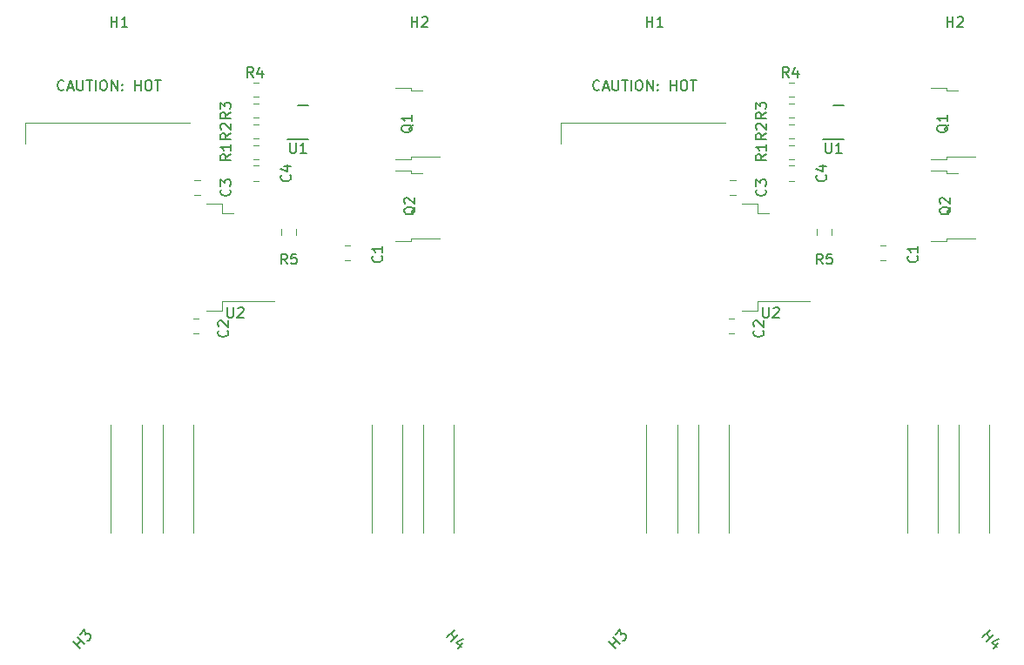
<source format=gbr>
%TF.GenerationSoftware,KiCad,Pcbnew,(5.1.9-0-10_14)*%
%TF.CreationDate,2021-02-28T00:18:14+08:00*%
%TF.ProjectId,panelized,70616e65-6c69-47a6-9564-2e6b69636164,rev?*%
%TF.SameCoordinates,Original*%
%TF.FileFunction,Legend,Top*%
%TF.FilePolarity,Positive*%
%FSLAX46Y46*%
G04 Gerber Fmt 4.6, Leading zero omitted, Abs format (unit mm)*
G04 Created by KiCad (PCBNEW (5.1.9-0-10_14)) date 2021-02-28 00:18:14*
%MOMM*%
%LPD*%
G01*
G04 APERTURE LIST*
%ADD10C,0.150000*%
%ADD11C,0.120000*%
G04 APERTURE END LIST*
D10*
X91781857Y-76303142D02*
X91734238Y-76350761D01*
X91591380Y-76398380D01*
X91496142Y-76398380D01*
X91353285Y-76350761D01*
X91258047Y-76255523D01*
X91210428Y-76160285D01*
X91162809Y-75969809D01*
X91162809Y-75826952D01*
X91210428Y-75636476D01*
X91258047Y-75541238D01*
X91353285Y-75446000D01*
X91496142Y-75398380D01*
X91591380Y-75398380D01*
X91734238Y-75446000D01*
X91781857Y-75493619D01*
X92162809Y-76112666D02*
X92639000Y-76112666D01*
X92067571Y-76398380D02*
X92400904Y-75398380D01*
X92734238Y-76398380D01*
X93067571Y-75398380D02*
X93067571Y-76207904D01*
X93115190Y-76303142D01*
X93162809Y-76350761D01*
X93258047Y-76398380D01*
X93448523Y-76398380D01*
X93543761Y-76350761D01*
X93591380Y-76303142D01*
X93639000Y-76207904D01*
X93639000Y-75398380D01*
X93972333Y-75398380D02*
X94543761Y-75398380D01*
X94258047Y-76398380D02*
X94258047Y-75398380D01*
X94877095Y-76398380D02*
X94877095Y-75398380D01*
X95543761Y-75398380D02*
X95734238Y-75398380D01*
X95829476Y-75446000D01*
X95924714Y-75541238D01*
X95972333Y-75731714D01*
X95972333Y-76065047D01*
X95924714Y-76255523D01*
X95829476Y-76350761D01*
X95734238Y-76398380D01*
X95543761Y-76398380D01*
X95448523Y-76350761D01*
X95353285Y-76255523D01*
X95305666Y-76065047D01*
X95305666Y-75731714D01*
X95353285Y-75541238D01*
X95448523Y-75446000D01*
X95543761Y-75398380D01*
X96400904Y-76398380D02*
X96400904Y-75398380D01*
X96972333Y-76398380D01*
X96972333Y-75398380D01*
X97448523Y-76303142D02*
X97496142Y-76350761D01*
X97448523Y-76398380D01*
X97400904Y-76350761D01*
X97448523Y-76303142D01*
X97448523Y-76398380D01*
X97448523Y-75779333D02*
X97496142Y-75826952D01*
X97448523Y-75874571D01*
X97400904Y-75826952D01*
X97448523Y-75779333D01*
X97448523Y-75874571D01*
X98686619Y-76398380D02*
X98686619Y-75398380D01*
X98686619Y-75874571D02*
X99258047Y-75874571D01*
X99258047Y-76398380D02*
X99258047Y-75398380D01*
X99924714Y-75398380D02*
X100115190Y-75398380D01*
X100210428Y-75446000D01*
X100305666Y-75541238D01*
X100353285Y-75731714D01*
X100353285Y-76065047D01*
X100305666Y-76255523D01*
X100210428Y-76350761D01*
X100115190Y-76398380D01*
X99924714Y-76398380D01*
X99829476Y-76350761D01*
X99734238Y-76255523D01*
X99686619Y-76065047D01*
X99686619Y-75731714D01*
X99734238Y-75541238D01*
X99829476Y-75446000D01*
X99924714Y-75398380D01*
X100639000Y-75398380D02*
X101210428Y-75398380D01*
X100924714Y-76398380D02*
X100924714Y-75398380D01*
D11*
X88011000Y-79502000D02*
X88011000Y-81534000D01*
X104012999Y-79502000D02*
X88011000Y-79502000D01*
D10*
X143851857Y-76303142D02*
X143804238Y-76350761D01*
X143661380Y-76398380D01*
X143566142Y-76398380D01*
X143423285Y-76350761D01*
X143328047Y-76255523D01*
X143280428Y-76160285D01*
X143232809Y-75969809D01*
X143232809Y-75826952D01*
X143280428Y-75636476D01*
X143328047Y-75541238D01*
X143423285Y-75446000D01*
X143566142Y-75398380D01*
X143661380Y-75398380D01*
X143804238Y-75446000D01*
X143851857Y-75493619D01*
X144232809Y-76112666D02*
X144709000Y-76112666D01*
X144137571Y-76398380D02*
X144470904Y-75398380D01*
X144804238Y-76398380D01*
X145137571Y-75398380D02*
X145137571Y-76207904D01*
X145185190Y-76303142D01*
X145232809Y-76350761D01*
X145328047Y-76398380D01*
X145518523Y-76398380D01*
X145613761Y-76350761D01*
X145661380Y-76303142D01*
X145709000Y-76207904D01*
X145709000Y-75398380D01*
X146042333Y-75398380D02*
X146613761Y-75398380D01*
X146328047Y-76398380D02*
X146328047Y-75398380D01*
X146947095Y-76398380D02*
X146947095Y-75398380D01*
X147613761Y-75398380D02*
X147804238Y-75398380D01*
X147899476Y-75446000D01*
X147994714Y-75541238D01*
X148042333Y-75731714D01*
X148042333Y-76065047D01*
X147994714Y-76255523D01*
X147899476Y-76350761D01*
X147804238Y-76398380D01*
X147613761Y-76398380D01*
X147518523Y-76350761D01*
X147423285Y-76255523D01*
X147375666Y-76065047D01*
X147375666Y-75731714D01*
X147423285Y-75541238D01*
X147518523Y-75446000D01*
X147613761Y-75398380D01*
X148470904Y-76398380D02*
X148470904Y-75398380D01*
X149042333Y-76398380D01*
X149042333Y-75398380D01*
X149518523Y-76303142D02*
X149566142Y-76350761D01*
X149518523Y-76398380D01*
X149470904Y-76350761D01*
X149518523Y-76303142D01*
X149518523Y-76398380D01*
X149518523Y-75779333D02*
X149566142Y-75826952D01*
X149518523Y-75874571D01*
X149470904Y-75826952D01*
X149518523Y-75779333D01*
X149518523Y-75874571D01*
X150756619Y-76398380D02*
X150756619Y-75398380D01*
X150756619Y-75874571D02*
X151328047Y-75874571D01*
X151328047Y-76398380D02*
X151328047Y-75398380D01*
X151994714Y-75398380D02*
X152185190Y-75398380D01*
X152280428Y-75446000D01*
X152375666Y-75541238D01*
X152423285Y-75731714D01*
X152423285Y-76065047D01*
X152375666Y-76255523D01*
X152280428Y-76350761D01*
X152185190Y-76398380D01*
X151994714Y-76398380D01*
X151899476Y-76350761D01*
X151804238Y-76255523D01*
X151756619Y-76065047D01*
X151756619Y-75731714D01*
X151804238Y-75541238D01*
X151899476Y-75446000D01*
X151994714Y-75398380D01*
X152709000Y-75398380D02*
X153280428Y-75398380D01*
X152994714Y-76398380D02*
X152994714Y-75398380D01*
D11*
X140081000Y-79502000D02*
X140081000Y-81534000D01*
X156082999Y-79502000D02*
X140081000Y-79502000D01*
%TO.C,POWER_OUT1*%
X129690000Y-108880000D02*
X129690000Y-119380000D01*
X126690000Y-119380000D02*
X126690000Y-108880000D01*
X124690000Y-108880000D02*
X124690000Y-119380000D01*
X121690000Y-119380000D02*
X121690000Y-108880000D01*
%TO.C,POWER_IN1*%
X104370000Y-108880000D02*
X104370000Y-119380000D01*
X101370000Y-119380000D02*
X101370000Y-108880000D01*
X99370000Y-108880000D02*
X99370000Y-119380000D01*
X96370000Y-119380000D02*
X96370000Y-108880000D01*
%TO.C,C4*%
X110228748Y-85190000D02*
X110751252Y-85190000D01*
X110228748Y-83720000D02*
X110751252Y-83720000D01*
%TO.C,C3*%
X105014752Y-85117000D02*
X104492248Y-85117000D01*
X105014752Y-86587000D02*
X104492248Y-86587000D01*
%TO.C,C2*%
X104868752Y-98579000D02*
X104346248Y-98579000D01*
X104868752Y-100049000D02*
X104346248Y-100049000D01*
%TO.C,C1*%
X119118748Y-92937000D02*
X119641252Y-92937000D01*
X119118748Y-91467000D02*
X119641252Y-91467000D01*
%TO.C,U2*%
X105632000Y-97812000D02*
X107132000Y-97812000D01*
X107132000Y-97812000D02*
X107132000Y-96862000D01*
X107132000Y-96862000D02*
X112257000Y-96862000D01*
X105632000Y-87412000D02*
X107132000Y-87412000D01*
X107132000Y-87412000D02*
X107132000Y-88362000D01*
X107132000Y-88362000D02*
X108232000Y-88362000D01*
D10*
%TO.C,U1*%
X113554000Y-81127000D02*
X115554000Y-81127000D01*
X114554000Y-77877000D02*
X115554000Y-77877000D01*
D11*
%TO.C,R5*%
X114375000Y-90431252D02*
X114375000Y-89908748D01*
X112955000Y-90431252D02*
X112955000Y-89908748D01*
%TO.C,R4*%
X110751252Y-75617000D02*
X110228748Y-75617000D01*
X110751252Y-77037000D02*
X110228748Y-77037000D01*
%TO.C,R3*%
X110751252Y-77649000D02*
X110228748Y-77649000D01*
X110751252Y-79069000D02*
X110228748Y-79069000D01*
%TO.C,R2*%
X110760252Y-79672000D02*
X110237748Y-79672000D01*
X110760252Y-81092000D02*
X110237748Y-81092000D01*
%TO.C,R1*%
X110760252Y-81713000D02*
X110237748Y-81713000D01*
X110760252Y-83133000D02*
X110237748Y-83133000D01*
%TO.C,Q2*%
X124033000Y-91080000D02*
X125533000Y-91080000D01*
X125533000Y-91080000D02*
X125533000Y-90810000D01*
X125533000Y-90810000D02*
X128363000Y-90810000D01*
X124033000Y-84180000D02*
X125533000Y-84180000D01*
X125533000Y-84180000D02*
X125533000Y-84450000D01*
X125533000Y-84450000D02*
X126633000Y-84450000D01*
%TO.C,Q1*%
X124033000Y-83079000D02*
X125533000Y-83079000D01*
X125533000Y-83079000D02*
X125533000Y-82809000D01*
X125533000Y-82809000D02*
X128363000Y-82809000D01*
X124033000Y-76179000D02*
X125533000Y-76179000D01*
X125533000Y-76179000D02*
X125533000Y-76449000D01*
X125533000Y-76449000D02*
X126633000Y-76449000D01*
%TO.C,POWER_OUT1*%
X173760000Y-119380000D02*
X173760000Y-108880000D01*
X176760000Y-108880000D02*
X176760000Y-119380000D01*
X178760000Y-119380000D02*
X178760000Y-108880000D01*
X181760000Y-108880000D02*
X181760000Y-119380000D01*
%TO.C,POWER_IN1*%
X148440000Y-119380000D02*
X148440000Y-108880000D01*
X151440000Y-108880000D02*
X151440000Y-119380000D01*
X153440000Y-119380000D02*
X153440000Y-108880000D01*
X156440000Y-108880000D02*
X156440000Y-119380000D01*
%TO.C,C4*%
X162298748Y-83720000D02*
X162821252Y-83720000D01*
X162298748Y-85190000D02*
X162821252Y-85190000D01*
%TO.C,C3*%
X157084752Y-86587000D02*
X156562248Y-86587000D01*
X157084752Y-85117000D02*
X156562248Y-85117000D01*
%TO.C,C2*%
X156938752Y-100049000D02*
X156416248Y-100049000D01*
X156938752Y-98579000D02*
X156416248Y-98579000D01*
%TO.C,C1*%
X171188748Y-91467000D02*
X171711252Y-91467000D01*
X171188748Y-92937000D02*
X171711252Y-92937000D01*
%TO.C,U2*%
X159202000Y-88362000D02*
X160302000Y-88362000D01*
X159202000Y-87412000D02*
X159202000Y-88362000D01*
X157702000Y-87412000D02*
X159202000Y-87412000D01*
X159202000Y-96862000D02*
X164327000Y-96862000D01*
X159202000Y-97812000D02*
X159202000Y-96862000D01*
X157702000Y-97812000D02*
X159202000Y-97812000D01*
D10*
%TO.C,U1*%
X166624000Y-77877000D02*
X167624000Y-77877000D01*
X165624000Y-81127000D02*
X167624000Y-81127000D01*
D11*
%TO.C,R5*%
X165025000Y-90431252D02*
X165025000Y-89908748D01*
X166445000Y-90431252D02*
X166445000Y-89908748D01*
%TO.C,R4*%
X162821252Y-77037000D02*
X162298748Y-77037000D01*
X162821252Y-75617000D02*
X162298748Y-75617000D01*
%TO.C,R3*%
X162821252Y-79069000D02*
X162298748Y-79069000D01*
X162821252Y-77649000D02*
X162298748Y-77649000D01*
%TO.C,R2*%
X162830252Y-81092000D02*
X162307748Y-81092000D01*
X162830252Y-79672000D02*
X162307748Y-79672000D01*
%TO.C,R1*%
X162830252Y-83133000D02*
X162307748Y-83133000D01*
X162830252Y-81713000D02*
X162307748Y-81713000D01*
%TO.C,Q2*%
X177603000Y-84450000D02*
X178703000Y-84450000D01*
X177603000Y-84180000D02*
X177603000Y-84450000D01*
X176103000Y-84180000D02*
X177603000Y-84180000D01*
X177603000Y-90810000D02*
X180433000Y-90810000D01*
X177603000Y-91080000D02*
X177603000Y-90810000D01*
X176103000Y-91080000D02*
X177603000Y-91080000D01*
%TO.C,Q1*%
X177603000Y-76449000D02*
X178703000Y-76449000D01*
X177603000Y-76179000D02*
X177603000Y-76449000D01*
X176103000Y-76179000D02*
X177603000Y-76179000D01*
X177603000Y-82809000D02*
X180433000Y-82809000D01*
X177603000Y-83079000D02*
X177603000Y-82809000D01*
X176103000Y-83079000D02*
X177603000Y-83079000D01*
%TO.C,H4*%
D10*
X129041904Y-129595599D02*
X129749011Y-128888492D01*
X129412293Y-129225210D02*
X129816354Y-129629271D01*
X129445965Y-129999660D02*
X130153072Y-129292553D01*
X130557133Y-130168019D02*
X130085728Y-130639423D01*
X130658148Y-129730286D02*
X129984713Y-130067004D01*
X130422446Y-130504736D01*
%TO.C,H3*%
X93400599Y-130673095D02*
X92693492Y-129965988D01*
X93030210Y-130302706D02*
X93434271Y-129898645D01*
X93804660Y-130269034D02*
X93097553Y-129561927D01*
X93366927Y-129292553D02*
X93804660Y-128854821D01*
X93838332Y-129359897D01*
X93939347Y-129258882D01*
X94040362Y-129225210D01*
X94107706Y-129225210D01*
X94208721Y-129258882D01*
X94377080Y-129427240D01*
X94410752Y-129528256D01*
X94410752Y-129595599D01*
X94377080Y-129696614D01*
X94175049Y-129898645D01*
X94074034Y-129932317D01*
X94006691Y-129932317D01*
%TO.C,H2*%
X125603095Y-70222380D02*
X125603095Y-69222380D01*
X125603095Y-69698571D02*
X126174523Y-69698571D01*
X126174523Y-70222380D02*
X126174523Y-69222380D01*
X126603095Y-69317619D02*
X126650714Y-69270000D01*
X126745952Y-69222380D01*
X126984047Y-69222380D01*
X127079285Y-69270000D01*
X127126904Y-69317619D01*
X127174523Y-69412857D01*
X127174523Y-69508095D01*
X127126904Y-69650952D01*
X126555476Y-70222380D01*
X127174523Y-70222380D01*
%TO.C,H1*%
X96393095Y-70222380D02*
X96393095Y-69222380D01*
X96393095Y-69698571D02*
X96964523Y-69698571D01*
X96964523Y-70222380D02*
X96964523Y-69222380D01*
X97964523Y-70222380D02*
X97393095Y-70222380D01*
X97678809Y-70222380D02*
X97678809Y-69222380D01*
X97583571Y-69365238D01*
X97488333Y-69460476D01*
X97393095Y-69508095D01*
%TO.C,C4*%
X113768142Y-84621666D02*
X113815761Y-84669285D01*
X113863380Y-84812142D01*
X113863380Y-84907380D01*
X113815761Y-85050238D01*
X113720523Y-85145476D01*
X113625285Y-85193095D01*
X113434809Y-85240714D01*
X113291952Y-85240714D01*
X113101476Y-85193095D01*
X113006238Y-85145476D01*
X112911000Y-85050238D01*
X112863380Y-84907380D01*
X112863380Y-84812142D01*
X112911000Y-84669285D01*
X112958619Y-84621666D01*
X113196714Y-83764523D02*
X113863380Y-83764523D01*
X112815761Y-84002619D02*
X113530047Y-84240714D01*
X113530047Y-83621666D01*
%TO.C,C3*%
X107904642Y-86018666D02*
X107952261Y-86066285D01*
X107999880Y-86209142D01*
X107999880Y-86304380D01*
X107952261Y-86447238D01*
X107857023Y-86542476D01*
X107761785Y-86590095D01*
X107571309Y-86637714D01*
X107428452Y-86637714D01*
X107237976Y-86590095D01*
X107142738Y-86542476D01*
X107047500Y-86447238D01*
X106999880Y-86304380D01*
X106999880Y-86209142D01*
X107047500Y-86066285D01*
X107095119Y-86018666D01*
X106999880Y-85685333D02*
X106999880Y-85066285D01*
X107380833Y-85399619D01*
X107380833Y-85256761D01*
X107428452Y-85161523D01*
X107476071Y-85113904D01*
X107571309Y-85066285D01*
X107809404Y-85066285D01*
X107904642Y-85113904D01*
X107952261Y-85161523D01*
X107999880Y-85256761D01*
X107999880Y-85542476D01*
X107952261Y-85637714D01*
X107904642Y-85685333D01*
%TO.C,C2*%
X107672142Y-99734666D02*
X107719761Y-99782285D01*
X107767380Y-99925142D01*
X107767380Y-100020380D01*
X107719761Y-100163238D01*
X107624523Y-100258476D01*
X107529285Y-100306095D01*
X107338809Y-100353714D01*
X107195952Y-100353714D01*
X107005476Y-100306095D01*
X106910238Y-100258476D01*
X106815000Y-100163238D01*
X106767380Y-100020380D01*
X106767380Y-99925142D01*
X106815000Y-99782285D01*
X106862619Y-99734666D01*
X106862619Y-99353714D02*
X106815000Y-99306095D01*
X106767380Y-99210857D01*
X106767380Y-98972761D01*
X106815000Y-98877523D01*
X106862619Y-98829904D01*
X106957857Y-98782285D01*
X107053095Y-98782285D01*
X107195952Y-98829904D01*
X107767380Y-99401333D01*
X107767380Y-98782285D01*
%TO.C,C1*%
X122658142Y-92495666D02*
X122705761Y-92543285D01*
X122753380Y-92686142D01*
X122753380Y-92781380D01*
X122705761Y-92924238D01*
X122610523Y-93019476D01*
X122515285Y-93067095D01*
X122324809Y-93114714D01*
X122181952Y-93114714D01*
X121991476Y-93067095D01*
X121896238Y-93019476D01*
X121801000Y-92924238D01*
X121753380Y-92781380D01*
X121753380Y-92686142D01*
X121801000Y-92543285D01*
X121848619Y-92495666D01*
X122753380Y-91543285D02*
X122753380Y-92114714D01*
X122753380Y-91829000D02*
X121753380Y-91829000D01*
X121896238Y-91924238D01*
X121991476Y-92019476D01*
X122039095Y-92114714D01*
%TO.C,U2*%
X107696095Y-97496380D02*
X107696095Y-98305904D01*
X107743714Y-98401142D01*
X107791333Y-98448761D01*
X107886571Y-98496380D01*
X108077047Y-98496380D01*
X108172285Y-98448761D01*
X108219904Y-98401142D01*
X108267523Y-98305904D01*
X108267523Y-97496380D01*
X108696095Y-97591619D02*
X108743714Y-97544000D01*
X108838952Y-97496380D01*
X109077047Y-97496380D01*
X109172285Y-97544000D01*
X109219904Y-97591619D01*
X109267523Y-97686857D01*
X109267523Y-97782095D01*
X109219904Y-97924952D01*
X108648476Y-98496380D01*
X109267523Y-98496380D01*
%TO.C,U1*%
X113792095Y-81494380D02*
X113792095Y-82303904D01*
X113839714Y-82399142D01*
X113887333Y-82446761D01*
X113982571Y-82494380D01*
X114173047Y-82494380D01*
X114268285Y-82446761D01*
X114315904Y-82399142D01*
X114363523Y-82303904D01*
X114363523Y-81494380D01*
X115363523Y-82494380D02*
X114792095Y-82494380D01*
X115077809Y-82494380D02*
X115077809Y-81494380D01*
X114982571Y-81637238D01*
X114887333Y-81732476D01*
X114792095Y-81780095D01*
%TO.C,R5*%
X113498333Y-93289380D02*
X113165000Y-92813190D01*
X112926904Y-93289380D02*
X112926904Y-92289380D01*
X113307857Y-92289380D01*
X113403095Y-92337000D01*
X113450714Y-92384619D01*
X113498333Y-92479857D01*
X113498333Y-92622714D01*
X113450714Y-92717952D01*
X113403095Y-92765571D01*
X113307857Y-92813190D01*
X112926904Y-92813190D01*
X114403095Y-92289380D02*
X113926904Y-92289380D01*
X113879285Y-92765571D01*
X113926904Y-92717952D01*
X114022142Y-92670333D01*
X114260238Y-92670333D01*
X114355476Y-92717952D01*
X114403095Y-92765571D01*
X114450714Y-92860809D01*
X114450714Y-93098904D01*
X114403095Y-93194142D01*
X114355476Y-93241761D01*
X114260238Y-93289380D01*
X114022142Y-93289380D01*
X113926904Y-93241761D01*
X113879285Y-93194142D01*
%TO.C,R4*%
X110196333Y-75128380D02*
X109863000Y-74652190D01*
X109624904Y-75128380D02*
X109624904Y-74128380D01*
X110005857Y-74128380D01*
X110101095Y-74176000D01*
X110148714Y-74223619D01*
X110196333Y-74318857D01*
X110196333Y-74461714D01*
X110148714Y-74556952D01*
X110101095Y-74604571D01*
X110005857Y-74652190D01*
X109624904Y-74652190D01*
X111053476Y-74461714D02*
X111053476Y-75128380D01*
X110815380Y-74080761D02*
X110577285Y-74795047D01*
X111196333Y-74795047D01*
%TO.C,R3*%
X108012380Y-78525666D02*
X107536190Y-78859000D01*
X108012380Y-79097095D02*
X107012380Y-79097095D01*
X107012380Y-78716142D01*
X107060000Y-78620904D01*
X107107619Y-78573285D01*
X107202857Y-78525666D01*
X107345714Y-78525666D01*
X107440952Y-78573285D01*
X107488571Y-78620904D01*
X107536190Y-78716142D01*
X107536190Y-79097095D01*
X107012380Y-78192333D02*
X107012380Y-77573285D01*
X107393333Y-77906619D01*
X107393333Y-77763761D01*
X107440952Y-77668523D01*
X107488571Y-77620904D01*
X107583809Y-77573285D01*
X107821904Y-77573285D01*
X107917142Y-77620904D01*
X107964761Y-77668523D01*
X108012380Y-77763761D01*
X108012380Y-78049476D01*
X107964761Y-78144714D01*
X107917142Y-78192333D01*
%TO.C,R2*%
X108021380Y-80557666D02*
X107545190Y-80891000D01*
X108021380Y-81129095D02*
X107021380Y-81129095D01*
X107021380Y-80748142D01*
X107069000Y-80652904D01*
X107116619Y-80605285D01*
X107211857Y-80557666D01*
X107354714Y-80557666D01*
X107449952Y-80605285D01*
X107497571Y-80652904D01*
X107545190Y-80748142D01*
X107545190Y-81129095D01*
X107116619Y-80176714D02*
X107069000Y-80129095D01*
X107021380Y-80033857D01*
X107021380Y-79795761D01*
X107069000Y-79700523D01*
X107116619Y-79652904D01*
X107211857Y-79605285D01*
X107307095Y-79605285D01*
X107449952Y-79652904D01*
X108021380Y-80224333D01*
X108021380Y-79605285D01*
%TO.C,R1*%
X108021380Y-82589666D02*
X107545190Y-82923000D01*
X108021380Y-83161095D02*
X107021380Y-83161095D01*
X107021380Y-82780142D01*
X107069000Y-82684904D01*
X107116619Y-82637285D01*
X107211857Y-82589666D01*
X107354714Y-82589666D01*
X107449952Y-82637285D01*
X107497571Y-82684904D01*
X107545190Y-82780142D01*
X107545190Y-83161095D01*
X108021380Y-81637285D02*
X108021380Y-82208714D01*
X108021380Y-81923000D02*
X107021380Y-81923000D01*
X107164238Y-82018238D01*
X107259476Y-82113476D01*
X107307095Y-82208714D01*
%TO.C,Q2*%
X125955619Y-87725238D02*
X125908000Y-87820476D01*
X125812761Y-87915714D01*
X125669904Y-88058571D01*
X125622285Y-88153809D01*
X125622285Y-88249047D01*
X125860380Y-88201428D02*
X125812761Y-88296666D01*
X125717523Y-88391904D01*
X125527047Y-88439523D01*
X125193714Y-88439523D01*
X125003238Y-88391904D01*
X124908000Y-88296666D01*
X124860380Y-88201428D01*
X124860380Y-88010952D01*
X124908000Y-87915714D01*
X125003238Y-87820476D01*
X125193714Y-87772857D01*
X125527047Y-87772857D01*
X125717523Y-87820476D01*
X125812761Y-87915714D01*
X125860380Y-88010952D01*
X125860380Y-88201428D01*
X124955619Y-87391904D02*
X124908000Y-87344285D01*
X124860380Y-87249047D01*
X124860380Y-87010952D01*
X124908000Y-86915714D01*
X124955619Y-86868095D01*
X125050857Y-86820476D01*
X125146095Y-86820476D01*
X125288952Y-86868095D01*
X125860380Y-87439523D01*
X125860380Y-86820476D01*
%TO.C,Q1*%
X125725619Y-79724238D02*
X125678000Y-79819476D01*
X125582761Y-79914714D01*
X125439904Y-80057571D01*
X125392285Y-80152809D01*
X125392285Y-80248047D01*
X125630380Y-80200428D02*
X125582761Y-80295666D01*
X125487523Y-80390904D01*
X125297047Y-80438523D01*
X124963714Y-80438523D01*
X124773238Y-80390904D01*
X124678000Y-80295666D01*
X124630380Y-80200428D01*
X124630380Y-80009952D01*
X124678000Y-79914714D01*
X124773238Y-79819476D01*
X124963714Y-79771857D01*
X125297047Y-79771857D01*
X125487523Y-79819476D01*
X125582761Y-79914714D01*
X125630380Y-80009952D01*
X125630380Y-80200428D01*
X125630380Y-78819476D02*
X125630380Y-79390904D01*
X125630380Y-79105190D02*
X124630380Y-79105190D01*
X124773238Y-79200428D01*
X124868476Y-79295666D01*
X124916095Y-79390904D01*
%TO.C,H4*%
X181111904Y-129595599D02*
X181819011Y-128888492D01*
X181482293Y-129225210D02*
X181886354Y-129629271D01*
X181515965Y-129999660D02*
X182223072Y-129292553D01*
X182627133Y-130168019D02*
X182155728Y-130639423D01*
X182728148Y-129730286D02*
X182054713Y-130067004D01*
X182492446Y-130504736D01*
%TO.C,H3*%
X145470599Y-130673095D02*
X144763492Y-129965988D01*
X145100210Y-130302706D02*
X145504271Y-129898645D01*
X145874660Y-130269034D02*
X145167553Y-129561927D01*
X145436927Y-129292553D02*
X145874660Y-128854821D01*
X145908332Y-129359897D01*
X146009347Y-129258882D01*
X146110362Y-129225210D01*
X146177706Y-129225210D01*
X146278721Y-129258882D01*
X146447080Y-129427240D01*
X146480752Y-129528256D01*
X146480752Y-129595599D01*
X146447080Y-129696614D01*
X146245049Y-129898645D01*
X146144034Y-129932317D01*
X146076691Y-129932317D01*
%TO.C,H2*%
X177673095Y-70222380D02*
X177673095Y-69222380D01*
X177673095Y-69698571D02*
X178244523Y-69698571D01*
X178244523Y-70222380D02*
X178244523Y-69222380D01*
X178673095Y-69317619D02*
X178720714Y-69270000D01*
X178815952Y-69222380D01*
X179054047Y-69222380D01*
X179149285Y-69270000D01*
X179196904Y-69317619D01*
X179244523Y-69412857D01*
X179244523Y-69508095D01*
X179196904Y-69650952D01*
X178625476Y-70222380D01*
X179244523Y-70222380D01*
%TO.C,H1*%
X148463095Y-70222380D02*
X148463095Y-69222380D01*
X148463095Y-69698571D02*
X149034523Y-69698571D01*
X149034523Y-70222380D02*
X149034523Y-69222380D01*
X150034523Y-70222380D02*
X149463095Y-70222380D01*
X149748809Y-70222380D02*
X149748809Y-69222380D01*
X149653571Y-69365238D01*
X149558333Y-69460476D01*
X149463095Y-69508095D01*
%TO.C,C4*%
X165838142Y-84621666D02*
X165885761Y-84669285D01*
X165933380Y-84812142D01*
X165933380Y-84907380D01*
X165885761Y-85050238D01*
X165790523Y-85145476D01*
X165695285Y-85193095D01*
X165504809Y-85240714D01*
X165361952Y-85240714D01*
X165171476Y-85193095D01*
X165076238Y-85145476D01*
X164981000Y-85050238D01*
X164933380Y-84907380D01*
X164933380Y-84812142D01*
X164981000Y-84669285D01*
X165028619Y-84621666D01*
X165266714Y-83764523D02*
X165933380Y-83764523D01*
X164885761Y-84002619D02*
X165600047Y-84240714D01*
X165600047Y-83621666D01*
%TO.C,C3*%
X159974642Y-86018666D02*
X160022261Y-86066285D01*
X160069880Y-86209142D01*
X160069880Y-86304380D01*
X160022261Y-86447238D01*
X159927023Y-86542476D01*
X159831785Y-86590095D01*
X159641309Y-86637714D01*
X159498452Y-86637714D01*
X159307976Y-86590095D01*
X159212738Y-86542476D01*
X159117500Y-86447238D01*
X159069880Y-86304380D01*
X159069880Y-86209142D01*
X159117500Y-86066285D01*
X159165119Y-86018666D01*
X159069880Y-85685333D02*
X159069880Y-85066285D01*
X159450833Y-85399619D01*
X159450833Y-85256761D01*
X159498452Y-85161523D01*
X159546071Y-85113904D01*
X159641309Y-85066285D01*
X159879404Y-85066285D01*
X159974642Y-85113904D01*
X160022261Y-85161523D01*
X160069880Y-85256761D01*
X160069880Y-85542476D01*
X160022261Y-85637714D01*
X159974642Y-85685333D01*
%TO.C,C2*%
X159742142Y-99734666D02*
X159789761Y-99782285D01*
X159837380Y-99925142D01*
X159837380Y-100020380D01*
X159789761Y-100163238D01*
X159694523Y-100258476D01*
X159599285Y-100306095D01*
X159408809Y-100353714D01*
X159265952Y-100353714D01*
X159075476Y-100306095D01*
X158980238Y-100258476D01*
X158885000Y-100163238D01*
X158837380Y-100020380D01*
X158837380Y-99925142D01*
X158885000Y-99782285D01*
X158932619Y-99734666D01*
X158932619Y-99353714D02*
X158885000Y-99306095D01*
X158837380Y-99210857D01*
X158837380Y-98972761D01*
X158885000Y-98877523D01*
X158932619Y-98829904D01*
X159027857Y-98782285D01*
X159123095Y-98782285D01*
X159265952Y-98829904D01*
X159837380Y-99401333D01*
X159837380Y-98782285D01*
%TO.C,C1*%
X174728142Y-92495666D02*
X174775761Y-92543285D01*
X174823380Y-92686142D01*
X174823380Y-92781380D01*
X174775761Y-92924238D01*
X174680523Y-93019476D01*
X174585285Y-93067095D01*
X174394809Y-93114714D01*
X174251952Y-93114714D01*
X174061476Y-93067095D01*
X173966238Y-93019476D01*
X173871000Y-92924238D01*
X173823380Y-92781380D01*
X173823380Y-92686142D01*
X173871000Y-92543285D01*
X173918619Y-92495666D01*
X174823380Y-91543285D02*
X174823380Y-92114714D01*
X174823380Y-91829000D02*
X173823380Y-91829000D01*
X173966238Y-91924238D01*
X174061476Y-92019476D01*
X174109095Y-92114714D01*
%TO.C,U2*%
X159766095Y-97496380D02*
X159766095Y-98305904D01*
X159813714Y-98401142D01*
X159861333Y-98448761D01*
X159956571Y-98496380D01*
X160147047Y-98496380D01*
X160242285Y-98448761D01*
X160289904Y-98401142D01*
X160337523Y-98305904D01*
X160337523Y-97496380D01*
X160766095Y-97591619D02*
X160813714Y-97544000D01*
X160908952Y-97496380D01*
X161147047Y-97496380D01*
X161242285Y-97544000D01*
X161289904Y-97591619D01*
X161337523Y-97686857D01*
X161337523Y-97782095D01*
X161289904Y-97924952D01*
X160718476Y-98496380D01*
X161337523Y-98496380D01*
%TO.C,U1*%
X165862095Y-81494380D02*
X165862095Y-82303904D01*
X165909714Y-82399142D01*
X165957333Y-82446761D01*
X166052571Y-82494380D01*
X166243047Y-82494380D01*
X166338285Y-82446761D01*
X166385904Y-82399142D01*
X166433523Y-82303904D01*
X166433523Y-81494380D01*
X167433523Y-82494380D02*
X166862095Y-82494380D01*
X167147809Y-82494380D02*
X167147809Y-81494380D01*
X167052571Y-81637238D01*
X166957333Y-81732476D01*
X166862095Y-81780095D01*
%TO.C,R5*%
X165568333Y-93289380D02*
X165235000Y-92813190D01*
X164996904Y-93289380D02*
X164996904Y-92289380D01*
X165377857Y-92289380D01*
X165473095Y-92337000D01*
X165520714Y-92384619D01*
X165568333Y-92479857D01*
X165568333Y-92622714D01*
X165520714Y-92717952D01*
X165473095Y-92765571D01*
X165377857Y-92813190D01*
X164996904Y-92813190D01*
X166473095Y-92289380D02*
X165996904Y-92289380D01*
X165949285Y-92765571D01*
X165996904Y-92717952D01*
X166092142Y-92670333D01*
X166330238Y-92670333D01*
X166425476Y-92717952D01*
X166473095Y-92765571D01*
X166520714Y-92860809D01*
X166520714Y-93098904D01*
X166473095Y-93194142D01*
X166425476Y-93241761D01*
X166330238Y-93289380D01*
X166092142Y-93289380D01*
X165996904Y-93241761D01*
X165949285Y-93194142D01*
%TO.C,R4*%
X162266333Y-75128380D02*
X161933000Y-74652190D01*
X161694904Y-75128380D02*
X161694904Y-74128380D01*
X162075857Y-74128380D01*
X162171095Y-74176000D01*
X162218714Y-74223619D01*
X162266333Y-74318857D01*
X162266333Y-74461714D01*
X162218714Y-74556952D01*
X162171095Y-74604571D01*
X162075857Y-74652190D01*
X161694904Y-74652190D01*
X163123476Y-74461714D02*
X163123476Y-75128380D01*
X162885380Y-74080761D02*
X162647285Y-74795047D01*
X163266333Y-74795047D01*
%TO.C,R3*%
X160082380Y-78525666D02*
X159606190Y-78859000D01*
X160082380Y-79097095D02*
X159082380Y-79097095D01*
X159082380Y-78716142D01*
X159130000Y-78620904D01*
X159177619Y-78573285D01*
X159272857Y-78525666D01*
X159415714Y-78525666D01*
X159510952Y-78573285D01*
X159558571Y-78620904D01*
X159606190Y-78716142D01*
X159606190Y-79097095D01*
X159082380Y-78192333D02*
X159082380Y-77573285D01*
X159463333Y-77906619D01*
X159463333Y-77763761D01*
X159510952Y-77668523D01*
X159558571Y-77620904D01*
X159653809Y-77573285D01*
X159891904Y-77573285D01*
X159987142Y-77620904D01*
X160034761Y-77668523D01*
X160082380Y-77763761D01*
X160082380Y-78049476D01*
X160034761Y-78144714D01*
X159987142Y-78192333D01*
%TO.C,R2*%
X160091380Y-80557666D02*
X159615190Y-80891000D01*
X160091380Y-81129095D02*
X159091380Y-81129095D01*
X159091380Y-80748142D01*
X159139000Y-80652904D01*
X159186619Y-80605285D01*
X159281857Y-80557666D01*
X159424714Y-80557666D01*
X159519952Y-80605285D01*
X159567571Y-80652904D01*
X159615190Y-80748142D01*
X159615190Y-81129095D01*
X159186619Y-80176714D02*
X159139000Y-80129095D01*
X159091380Y-80033857D01*
X159091380Y-79795761D01*
X159139000Y-79700523D01*
X159186619Y-79652904D01*
X159281857Y-79605285D01*
X159377095Y-79605285D01*
X159519952Y-79652904D01*
X160091380Y-80224333D01*
X160091380Y-79605285D01*
%TO.C,R1*%
X160091380Y-82589666D02*
X159615190Y-82923000D01*
X160091380Y-83161095D02*
X159091380Y-83161095D01*
X159091380Y-82780142D01*
X159139000Y-82684904D01*
X159186619Y-82637285D01*
X159281857Y-82589666D01*
X159424714Y-82589666D01*
X159519952Y-82637285D01*
X159567571Y-82684904D01*
X159615190Y-82780142D01*
X159615190Y-83161095D01*
X160091380Y-81637285D02*
X160091380Y-82208714D01*
X160091380Y-81923000D02*
X159091380Y-81923000D01*
X159234238Y-82018238D01*
X159329476Y-82113476D01*
X159377095Y-82208714D01*
%TO.C,Q2*%
X178025619Y-87725238D02*
X177978000Y-87820476D01*
X177882761Y-87915714D01*
X177739904Y-88058571D01*
X177692285Y-88153809D01*
X177692285Y-88249047D01*
X177930380Y-88201428D02*
X177882761Y-88296666D01*
X177787523Y-88391904D01*
X177597047Y-88439523D01*
X177263714Y-88439523D01*
X177073238Y-88391904D01*
X176978000Y-88296666D01*
X176930380Y-88201428D01*
X176930380Y-88010952D01*
X176978000Y-87915714D01*
X177073238Y-87820476D01*
X177263714Y-87772857D01*
X177597047Y-87772857D01*
X177787523Y-87820476D01*
X177882761Y-87915714D01*
X177930380Y-88010952D01*
X177930380Y-88201428D01*
X177025619Y-87391904D02*
X176978000Y-87344285D01*
X176930380Y-87249047D01*
X176930380Y-87010952D01*
X176978000Y-86915714D01*
X177025619Y-86868095D01*
X177120857Y-86820476D01*
X177216095Y-86820476D01*
X177358952Y-86868095D01*
X177930380Y-87439523D01*
X177930380Y-86820476D01*
%TO.C,Q1*%
X177795619Y-79724238D02*
X177748000Y-79819476D01*
X177652761Y-79914714D01*
X177509904Y-80057571D01*
X177462285Y-80152809D01*
X177462285Y-80248047D01*
X177700380Y-80200428D02*
X177652761Y-80295666D01*
X177557523Y-80390904D01*
X177367047Y-80438523D01*
X177033714Y-80438523D01*
X176843238Y-80390904D01*
X176748000Y-80295666D01*
X176700380Y-80200428D01*
X176700380Y-80009952D01*
X176748000Y-79914714D01*
X176843238Y-79819476D01*
X177033714Y-79771857D01*
X177367047Y-79771857D01*
X177557523Y-79819476D01*
X177652761Y-79914714D01*
X177700380Y-80009952D01*
X177700380Y-80200428D01*
X177700380Y-78819476D02*
X177700380Y-79390904D01*
X177700380Y-79105190D02*
X176700380Y-79105190D01*
X176843238Y-79200428D01*
X176938476Y-79295666D01*
X176986095Y-79390904D01*
%TD*%
M02*

</source>
